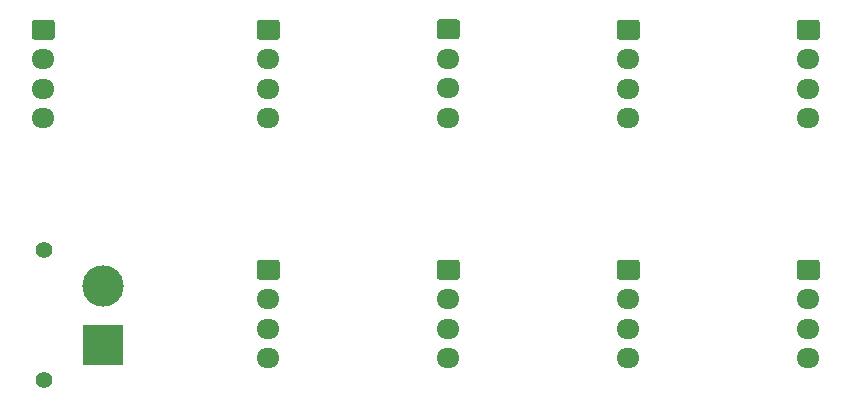
<source format=gbr>
%TF.GenerationSoftware,KiCad,Pcbnew,(5.1.9)-1*%
%TF.CreationDate,2021-07-19T11:43:35+01:00*%
%TF.ProjectId,3S-parallel-board,33532d70-6172-4616-9c6c-656c2d626f61,rev?*%
%TF.SameCoordinates,Original*%
%TF.FileFunction,Soldermask,Top*%
%TF.FilePolarity,Negative*%
%FSLAX46Y46*%
G04 Gerber Fmt 4.6, Leading zero omitted, Abs format (unit mm)*
G04 Created by KiCad (PCBNEW (5.1.9)-1) date 2021-07-19 11:43:35*
%MOMM*%
%LPD*%
G01*
G04 APERTURE LIST*
%ADD10C,3.500000*%
%ADD11R,3.500000X3.500000*%
%ADD12C,1.400000*%
%ADD13O,1.950000X1.700000*%
G04 APERTURE END LIST*
D10*
%TO.C,J9*%
X91440000Y-120730000D03*
D11*
X91440000Y-125730000D03*
D12*
X86440000Y-117730000D03*
X86440000Y-128730000D03*
%TD*%
D13*
%TO.C,J10*%
X86360000Y-106560000D03*
X86360000Y-104060000D03*
X86360000Y-101560000D03*
G36*
G01*
X85635000Y-98210000D02*
X87085000Y-98210000D01*
G75*
G02*
X87335000Y-98460000I0J-250000D01*
G01*
X87335000Y-99660000D01*
G75*
G02*
X87085000Y-99910000I-250000J0D01*
G01*
X85635000Y-99910000D01*
G75*
G02*
X85385000Y-99660000I0J250000D01*
G01*
X85385000Y-98460000D01*
G75*
G02*
X85635000Y-98210000I250000J0D01*
G01*
G37*
%TD*%
%TO.C,J8*%
X151130000Y-126880000D03*
X151130000Y-124380000D03*
X151130000Y-121880000D03*
G36*
G01*
X150405000Y-118530000D02*
X151855000Y-118530000D01*
G75*
G02*
X152105000Y-118780000I0J-250000D01*
G01*
X152105000Y-119980000D01*
G75*
G02*
X151855000Y-120230000I-250000J0D01*
G01*
X150405000Y-120230000D01*
G75*
G02*
X150155000Y-119980000I0J250000D01*
G01*
X150155000Y-118780000D01*
G75*
G02*
X150405000Y-118530000I250000J0D01*
G01*
G37*
%TD*%
%TO.C,J7*%
X135890000Y-126880000D03*
X135890000Y-124380000D03*
X135890000Y-121880000D03*
G36*
G01*
X135165000Y-118530000D02*
X136615000Y-118530000D01*
G75*
G02*
X136865000Y-118780000I0J-250000D01*
G01*
X136865000Y-119980000D01*
G75*
G02*
X136615000Y-120230000I-250000J0D01*
G01*
X135165000Y-120230000D01*
G75*
G02*
X134915000Y-119980000I0J250000D01*
G01*
X134915000Y-118780000D01*
G75*
G02*
X135165000Y-118530000I250000J0D01*
G01*
G37*
%TD*%
%TO.C,J6*%
X120650000Y-126880000D03*
X120650000Y-124380000D03*
X120650000Y-121880000D03*
G36*
G01*
X119925000Y-118530000D02*
X121375000Y-118530000D01*
G75*
G02*
X121625000Y-118780000I0J-250000D01*
G01*
X121625000Y-119980000D01*
G75*
G02*
X121375000Y-120230000I-250000J0D01*
G01*
X119925000Y-120230000D01*
G75*
G02*
X119675000Y-119980000I0J250000D01*
G01*
X119675000Y-118780000D01*
G75*
G02*
X119925000Y-118530000I250000J0D01*
G01*
G37*
%TD*%
%TO.C,J5*%
X105410000Y-126880000D03*
X105410000Y-124380000D03*
X105410000Y-121880000D03*
G36*
G01*
X104685000Y-118530000D02*
X106135000Y-118530000D01*
G75*
G02*
X106385000Y-118780000I0J-250000D01*
G01*
X106385000Y-119980000D01*
G75*
G02*
X106135000Y-120230000I-250000J0D01*
G01*
X104685000Y-120230000D01*
G75*
G02*
X104435000Y-119980000I0J250000D01*
G01*
X104435000Y-118780000D01*
G75*
G02*
X104685000Y-118530000I250000J0D01*
G01*
G37*
%TD*%
%TO.C,J4*%
X151130000Y-106560000D03*
X151130000Y-104060000D03*
X151130000Y-101560000D03*
G36*
G01*
X150405000Y-98210000D02*
X151855000Y-98210000D01*
G75*
G02*
X152105000Y-98460000I0J-250000D01*
G01*
X152105000Y-99660000D01*
G75*
G02*
X151855000Y-99910000I-250000J0D01*
G01*
X150405000Y-99910000D01*
G75*
G02*
X150155000Y-99660000I0J250000D01*
G01*
X150155000Y-98460000D01*
G75*
G02*
X150405000Y-98210000I250000J0D01*
G01*
G37*
%TD*%
%TO.C,J3*%
X135890000Y-106560000D03*
X135890000Y-104060000D03*
X135890000Y-101560000D03*
G36*
G01*
X135165000Y-98210000D02*
X136615000Y-98210000D01*
G75*
G02*
X136865000Y-98460000I0J-250000D01*
G01*
X136865000Y-99660000D01*
G75*
G02*
X136615000Y-99910000I-250000J0D01*
G01*
X135165000Y-99910000D01*
G75*
G02*
X134915000Y-99660000I0J250000D01*
G01*
X134915000Y-98460000D01*
G75*
G02*
X135165000Y-98210000I250000J0D01*
G01*
G37*
%TD*%
%TO.C,J2*%
X120650000Y-106520000D03*
X120650000Y-104020000D03*
X120650000Y-101520000D03*
G36*
G01*
X119925000Y-98170000D02*
X121375000Y-98170000D01*
G75*
G02*
X121625000Y-98420000I0J-250000D01*
G01*
X121625000Y-99620000D01*
G75*
G02*
X121375000Y-99870000I-250000J0D01*
G01*
X119925000Y-99870000D01*
G75*
G02*
X119675000Y-99620000I0J250000D01*
G01*
X119675000Y-98420000D01*
G75*
G02*
X119925000Y-98170000I250000J0D01*
G01*
G37*
%TD*%
%TO.C,J1*%
X105410000Y-106560000D03*
X105410000Y-104060000D03*
X105410000Y-101560000D03*
G36*
G01*
X104685000Y-98210000D02*
X106135000Y-98210000D01*
G75*
G02*
X106385000Y-98460000I0J-250000D01*
G01*
X106385000Y-99660000D01*
G75*
G02*
X106135000Y-99910000I-250000J0D01*
G01*
X104685000Y-99910000D01*
G75*
G02*
X104435000Y-99660000I0J250000D01*
G01*
X104435000Y-98460000D01*
G75*
G02*
X104685000Y-98210000I250000J0D01*
G01*
G37*
%TD*%
M02*

</source>
